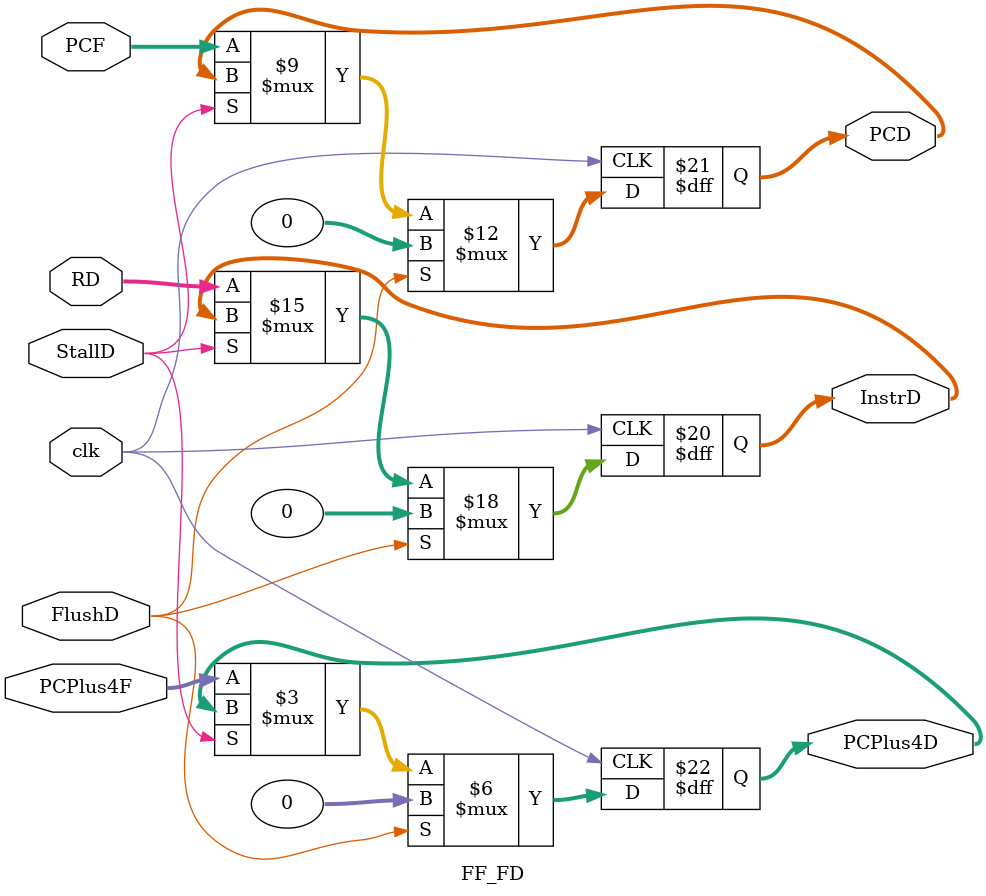
<source format=sv>
module FF_FD #(
    parameter DATA_WIDTH = 32
)(
    input logic clk,
    input logic FlushD,
    input logic StallD,
    input logic [DATA_WIDTH-1:0] RD,
    output logic [DATA_WIDTH-1:0] InstrD,
    input logic [DATA_WIDTH-1:0] PCF,
    output logic [DATA_WIDTH-1:0] PCD,
    input logic [DATA_WIDTH-1:0] PCPlus4F,
    output logic [DATA_WIDTH-1:0] PCPlus4D
);

always_ff @(posedge clk) begin
    if(FlushD) begin
        InstrD <= 32'd0;
        PCD <= 32'd0;
        PCPlus4D <= 32'd0;
    end
    else if(StallD) begin
        InstrD <= InstrD;
        PCD <= PCD;
        PCPlus4D <= PCPlus4D;
    end
    else begin
        InstrD <= RD;
        PCD <= PCF;
        PCPlus4D <= PCPlus4F;
    end
end

endmodule

</source>
